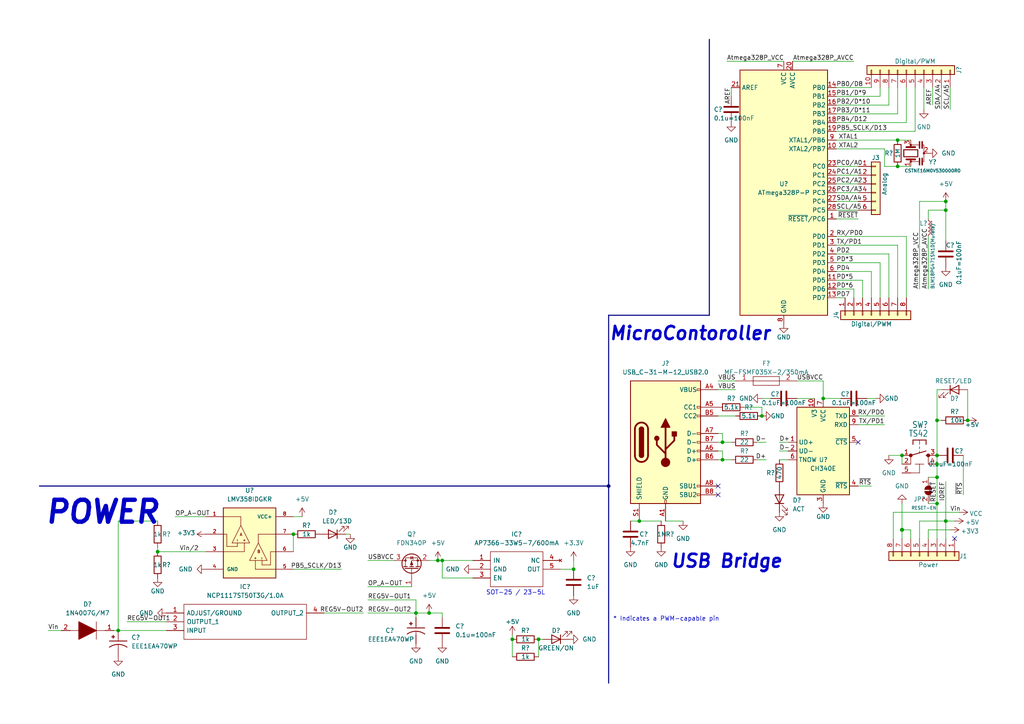
<source format=kicad_sch>
(kicad_sch (version 20211123) (generator eeschema)
  (paper "A4")
  (title_block (date "mar. 31 mars 2015"))
  (lib_symbols
    (symbol "Capacitors-EEE1EA470WP_SnapEDA:EEE1EA470WP" (pin_numbers hide) (pin_names (offset 1.016) hide)
      (property "Reference" "C" (at -2.54 3.81 0))
      (property "Value" "EEE1EA470WP" (at -2.54 -5.08 0))
      (symbol "EEE1EA470WP_0_0"
        (pin passive line (at -2.54 0 0) (length 2.54) (name "~") (number "1"))
        (pin passive line (at 5.08 0 180) (length 2.54) (name "~") (number "2"))
      )
    )
    (symbol "Connector:USB_C_Receptacle_USB2.0" (pin_names (offset 1.016))
      (property "Reference" "J" (at -10.16 19.05 0))
      (property "Value" "USB_C_Receptacle_USB2.0" (at 19.05 19.05 0))
      (symbol "USB_C_Receptacle_USB2.0_1_1"
        (pin passive line (at 0 -22.86 90) (length 5.08) (name "GND") (number "A1"))
        (pin passive line (at 0 -22.86 90) (length 5.08) hide (name "GND") (number "A12"))
        (pin passive line (at 15.24 15.24 180) (length 5.08) (name "VBUS") (number "A4"))
        (pin bidirectional line (at 15.24 10.16 180) (length 5.08) (name "CC1") (number "A5"))
        (pin bidirectional line (at 15.24 -2.54 180) (length 5.08) (name "D+") (number "A6"))
        (pin bidirectional line (at 15.24 2.54 180) (length 5.08) (name "D-") (number "A7"))
        (pin bidirectional line (at 15.24 -12.7 180) (length 5.08) (name "SBU1") (number "A8"))
        (pin passive line (at 15.24 15.24 180) (length 5.08) hide (name "VBUS") (number "A9"))
        (pin passive line (at 0 -22.86 90) (length 5.08) hide (name "GND") (number "B1"))
        (pin passive line (at 0 -22.86 90) (length 5.08) hide (name "GND") (number "B12"))
        (pin passive line (at 15.24 15.24 180) (length 5.08) hide (name "VBUS") (number "B4"))
        (pin bidirectional line (at 15.24 7.62 180) (length 5.08) (name "CC2") (number "B5"))
        (pin bidirectional line (at 15.24 -5.08 180) (length 5.08) (name "D+") (number "B6"))
        (pin bidirectional line (at 15.24 0 180) (length 5.08) (name "D-") (number "B7"))
        (pin bidirectional line (at 15.24 -15.24 180) (length 5.08) (name "SBU2") (number "B8"))
        (pin passive line (at 15.24 15.24 180) (length 5.08) hide (name "VBUS") (number "B9"))
        (pin passive line (at -7.62 -22.86 90) (length 5.08) (name "SHIELD") (number "S1"))
      )
    )
    (symbol "Connector_Generic:Conn_01x06" (pin_names (offset 1.016) hide)
      (property "Reference" "J" (at 0 7.62 0))
      (property "Value" "Conn_01x06" (at 0 -10.16 0))
      (symbol "Conn_01x06_1_1"
        (pin passive line (at -5.08 5.08 0) (length 3.81) (name "Pin_1") (number "1"))
        (pin passive line (at -5.08 2.54 0) (length 3.81) (name "Pin_2") (number "2"))
        (pin passive line (at -5.08 0 0) (length 3.81) (name "Pin_3") (number "3"))
        (pin passive line (at -5.08 -2.54 0) (length 3.81) (name "Pin_4") (number "4"))
        (pin passive line (at -5.08 -5.08 0) (length 3.81) (name "Pin_5") (number "5"))
        (pin passive line (at -5.08 -7.62 0) (length 3.81) (name "Pin_6") (number "6"))
      )
    )
    (symbol "Connector_Generic:Conn_01x08" (pin_names (offset 1.016) hide)
      (property "Reference" "J" (at 0 10.16 0))
      (property "Value" "Conn_01x08" (at 0 -12.7 0))
      (symbol "Conn_01x08_1_1"
        (pin passive line (at -5.08 7.62 0) (length 3.81) (name "Pin_1") (number "1"))
        (pin passive line (at -5.08 5.08 0) (length 3.81) (name "Pin_2") (number "2"))
        (pin passive line (at -5.08 2.54 0) (length 3.81) (name "Pin_3") (number "3"))
        (pin passive line (at -5.08 0 0) (length 3.81) (name "Pin_4") (number "4"))
        (pin passive line (at -5.08 -2.54 0) (length 3.81) (name "Pin_5") (number "5"))
        (pin passive line (at -5.08 -5.08 0) (length 3.81) (name "Pin_6") (number "6"))
        (pin passive line (at -5.08 -7.62 0) (length 3.81) (name "Pin_7") (number "7"))
        (pin passive line (at -5.08 -10.16 0) (length 3.81) (name "Pin_8") (number "8"))
      )
    )
    (symbol "Connector_Generic:Conn_01x10" (pin_names (offset 1.016) hide)
      (property "Reference" "J" (at 0 12.7 0))
      (property "Value" "Conn_01x10" (at 0 -15.24 0))
      (symbol "Conn_01x10_1_1"
        (pin passive line (at -5.08 10.16 0) (length 3.81) (name "Pin_1") (number "1"))
        (pin passive line (at -5.08 -12.7 0) (length 3.81) (name "Pin_10") (number "10"))
        (pin passive line (at -5.08 7.62 0) (length 3.81) (name "Pin_2") (number "2"))
        (pin passive line (at -5.08 5.08 0) (length 3.81) (name "Pin_3") (number "3"))
        (pin passive line (at -5.08 2.54 0) (length 3.81) (name "Pin_4") (number "4"))
        (pin passive line (at -5.08 0 0) (length 3.81) (name "Pin_5") (number "5"))
        (pin passive line (at -5.08 -2.54 0) (length 3.81) (name "Pin_6") (number "6"))
        (pin passive line (at -5.08 -5.08 0) (length 3.81) (name "Pin_7") (number "7"))
        (pin passive line (at -5.08 -7.62 0) (length 3.81) (name "Pin_8") (number "8"))
        (pin passive line (at -5.08 -10.16 0) (length 3.81) (name "Pin_9") (number "9"))
      )
    )
    (symbol "Device:C" (pin_numbers hide) (pin_names (offset 0.254))
      (property "Reference" "C" (at 0.635 2.54 0))
      (property "Value" "C" (at 0.635 -2.54 0))
      (symbol "C_1_1"
        (pin passive line (at 0 3.81 270) (length 2.794) (name "~") (number "1"))
        (pin passive line (at 0 -3.81 90) (length 2.794) (name "~") (number "2"))
      )
    )
    (symbol "Device:LED" (pin_numbers hide) (pin_names (offset 1.016) hide)
      (property "Reference" "D" (at 0 2.54 0))
      (property "Value" "LED" (at 0 -2.54 0))
      (symbol "LED_1_1"
        (pin passive line (at -3.81 0 0) (length 2.54) (name "K") (number "1"))
        (pin passive line (at 3.81 0 180) (length 2.54) (name "A") (number "2"))
      )
    )
    (symbol "Device:L_Ferrite_Small" (pin_numbers hide) (pin_names (offset 0.254) hide)
      (property "Reference" "L" (at 1.27 1.016 0))
      (property "Value" "L_Ferrite_Small" (at 1.27 -1.27 0))
      (symbol "L_Ferrite_Small_1_1"
        (pin passive line (at 0 2.54 270) (length 0.508) (name "~") (number "1"))
        (pin passive line (at 0 -2.54 90) (length 0.508) (name "~") (number "2"))
      )
    )
    (symbol "Device:R" (pin_numbers hide) (pin_names (offset 0))
      (property "Reference" "R" (at 2.032 0 90))
      (property "Value" "R" (at 0 0 90))
      (symbol "R_1_1"
        (pin passive line (at 0 3.81 270) (length 1.27) (name "~") (number "1"))
        (pin passive line (at 0 -3.81 90) (length 1.27) (name "~") (number "2"))
      )
    )
    (symbol "Device:Resonator" (pin_names (offset 1.016) hide)
      (property "Reference" "Y" (at 0 5.715 0))
      (property "Value" "Resonator" (at 0 3.81 0))
      (symbol "Resonator_1_1"
        (pin passive line (at -3.81 0 0) (length 1.27) (name "1") (number "1"))
        (pin passive line (at 0 -5.08 90) (length 1.27) (name "2") (number "2"))
        (pin passive line (at 3.81 0 180) (length 1.27) (name "3") (number "3"))
      )
    )
    (symbol "Diode-1N4007G_SamacSys:1N4007G" (pin_names (offset 0.762))
      (property "Reference" "D" (at 11.43 5.08 0))
      (property "Value" "1N4007G" (at 11.43 2.54 0))
      (symbol "1N4007G_0_0"
        (pin passive line (at 0 0 0) (length 2.54) (name "~") (number "1"))
        (pin passive line (at 15.24 0 180) (length 2.54) (name "~") (number "2"))
      )
    )
    (symbol "Fuse_MF-FSMF035X-2_SamacSys:MF-FSMF035X-2" (pin_names (offset 0.762))
      (property "Reference" "F" (at 13.97 6.35 0))
      (property "Value" "MF-FSMF035X-2" (at 13.97 3.81 0))
      (symbol "MF-FSMF035X-2_0_0"
        (pin passive line (at 0 0 0) (length 5.08) (name "~") (number "1"))
        (pin passive line (at 17.78 0 180) (length 5.08) (name "~") (number "2"))
      )
    )
    (symbol "IC-Reg_AP7366-33W5-7_SamacSys:AP7366-33W5-7" (pin_names (offset 0.762))
      (property "Reference" "IC" (at 21.59 7.62 0))
      (property "Value" "AP7366-33W5-7" (at 21.59 5.08 0))
      (symbol "AP7366-33W5-7_0_0"
        (pin passive line (at 0 0 0) (length 5.08) (name "IN") (number "1"))
        (pin passive line (at 0 -2.54 0) (length 5.08) (name "GND") (number "2"))
        (pin passive line (at 0 -5.08 0) (length 5.08) (name "EN") (number "3"))
        (pin no_connect line (at 25.4 0 180) (length 5.08) (name "NC") (number "4"))
        (pin passive line (at 25.4 -2.54 180) (length 5.08) (name "OUT") (number "5"))
      )
    )
    (symbol "IC-Reg_NCP1117ST50T3G_SamacSys:NCP1117ST50T3G" (pin_names (offset 0.762))
      (property "Reference" "IC" (at 41.91 7.62 0))
      (property "Value" "NCP1117ST50T3G" (at 41.91 5.08 0))
      (symbol "NCP1117ST50T3G_0_0"
        (pin passive line (at 0 0 0) (length 5.08) (name "ADJUST/GROUND") (number "1"))
        (pin passive line (at 0 -2.54 0) (length 5.08) (name "OUTPUT_1") (number "2"))
        (pin passive line (at 0 -5.08 0) (length 5.08) (name "INPUT") (number "3"))
        (pin passive line (at 45.72 0 180) (length 5.08) (name "OUTPUT_2") (number "4"))
      )
    )
    (symbol "Interface_USB:CH340E"
      (property "Reference" "U" (at -5.08 13.97 0))
      (property "Value" "CH340E" (at 1.27 13.97 0))
      (symbol "CH340E_1_1"
        (pin bidirectional line (at -10.16 2.54 0) (length 2.54) (name "UD+") (number "1"))
        (pin passive line (at -2.54 15.24 270) (length 2.54) (name "V3") (number "10"))
        (pin bidirectional line (at -10.16 0 0) (length 2.54) (name "UD-") (number "2"))
        (pin power_in line (at 0 -15.24 90) (length 2.54) (name "GND") (number "3"))
        (pin output line (at 10.16 -10.16 180) (length 2.54) (name "~{RTS}") (number "4"))
        (pin input line (at 10.16 2.54 180) (length 2.54) (name "~{CTS}") (number "5"))
        (pin output line (at -10.16 -2.54 0) (length 2.54) (name "TNOW") (number "6"))
        (pin power_in line (at 0 15.24 270) (length 2.54) (name "VCC") (number "7"))
        (pin output line (at 10.16 10.16 180) (length 2.54) (name "TXD") (number "8"))
        (pin input line (at 10.16 7.62 180) (length 2.54) (name "RXD") (number "9"))
      )
    )
    (symbol "Jumper:SolderJumper_2_Open" (pin_names (offset 0) hide)
      (property "Reference" "JP" (at 0 2.032 0))
      (property "Value" "SolderJumper_2_Open" (at 0 -2.54 0))
      (symbol "SolderJumper_2_Open_1_1"
        (pin passive line (at -3.81 0 0) (length 2.54) (name "A") (number "1"))
        (pin passive line (at 3.81 0 180) (length 2.54) (name "B") (number "2"))
      )
    )
    (symbol "MCU_Microchip_ATmega:ATmega328P-P"
      (property "Reference" "U" (at -12.7 36.83 0))
      (property "Value" "ATmega328P-P" (at 2.54 -36.83 0))
      (symbol "ATmega328P-P_1_1"
        (pin bidirectional line (at 15.24 -7.62 180) (length 2.54) (name "~{RESET}/PC6") (number "1"))
        (pin bidirectional line (at 15.24 12.7 180) (length 2.54) (name "XTAL2/PB7") (number "10"))
        (pin bidirectional line (at 15.24 -25.4 180) (length 2.54) (name "PD5") (number "11"))
        (pin bidirectional line (at 15.24 -27.94 180) (length 2.54) (name "PD6") (number "12"))
        (pin bidirectional line (at 15.24 -30.48 180) (length 2.54) (name "PD7") (number "13"))
        (pin bidirectional line (at 15.24 30.48 180) (length 2.54) (name "PB0") (number "14"))
        (pin bidirectional line (at 15.24 27.94 180) (length 2.54) (name "PB1") (number "15"))
        (pin bidirectional line (at 15.24 25.4 180) (length 2.54) (name "PB2") (number "16"))
        (pin bidirectional line (at 15.24 22.86 180) (length 2.54) (name "PB3") (number "17"))
        (pin bidirectional line (at 15.24 20.32 180) (length 2.54) (name "PB4") (number "18"))
        (pin bidirectional line (at 15.24 17.78 180) (length 2.54) (name "PB5") (number "19"))
        (pin bidirectional line (at 15.24 -12.7 180) (length 2.54) (name "PD0") (number "2"))
        (pin power_in line (at 2.54 38.1 270) (length 2.54) (name "AVCC") (number "20"))
        (pin passive line (at -15.24 30.48 0) (length 2.54) (name "AREF") (number "21"))
        (pin passive line (at 0 -38.1 90) (length 2.54) hide (name "GND") (number "22"))
        (pin bidirectional line (at 15.24 7.62 180) (length 2.54) (name "PC0") (number "23"))
        (pin bidirectional line (at 15.24 5.08 180) (length 2.54) (name "PC1") (number "24"))
        (pin bidirectional line (at 15.24 2.54 180) (length 2.54) (name "PC2") (number "25"))
        (pin bidirectional line (at 15.24 0 180) (length 2.54) (name "PC3") (number "26"))
        (pin bidirectional line (at 15.24 -2.54 180) (length 2.54) (name "PC4") (number "27"))
        (pin bidirectional line (at 15.24 -5.08 180) (length 2.54) (name "PC5") (number "28"))
        (pin bidirectional line (at 15.24 -15.24 180) (length 2.54) (name "PD1") (number "3"))
        (pin bidirectional line (at 15.24 -17.78 180) (length 2.54) (name "PD2") (number "4"))
        (pin bidirectional line (at 15.24 -20.32 180) (length 2.54) (name "PD3") (number "5"))
        (pin bidirectional line (at 15.24 -22.86 180) (length 2.54) (name "PD4") (number "6"))
        (pin power_in line (at 0 38.1 270) (length 2.54) (name "VCC") (number "7"))
        (pin power_in line (at 0 -38.1 90) (length 2.54) (name "GND") (number "8"))
        (pin bidirectional line (at 15.24 15.24 180) (length 2.54) (name "XTAL1/PB6") (number "9"))
      )
    )
    (symbol "OPAmpDual_LMV358IDGKR_SnapEDA:LMV358IDGKR" (pin_names (offset 1.016))
      (property "Reference" "U" (at -7.62 10.16 0))
      (property "Value" "LMV358IDGKR" (at -7.62 -12.7 0))
      (symbol "LMV358IDGKR_0_0"
        (text "A" (at -2.921 1.9558 0) (effects (font (size 0.8128 0.8128)) (justify left bottom)))
        (text "B" (at 2.159 -2.9718 0) (effects (font (size 0.8128 0.8128)) (justify left bottom)))
        (pin output line (at -12.7 7.62 0) (length 5.08) (name "~") (number "1"))
        (pin input line (at -12.7 2.54 0) (length 5.08) (name "~") (number "2"))
        (pin input line (at -12.7 -2.54 0) (length 5.08) (name "~") (number "3"))
        (pin power_in line (at -12.7 -7.62 0) (length 5.08) (name "GND") (number "4"))
        (pin input line (at 12.7 -7.62 180) (length 5.08) (name "~") (number "5"))
        (pin input line (at 12.7 -2.54 180) (length 5.08) (name "~") (number "6"))
        (pin output line (at 12.7 2.54 180) (length 5.08) (name "~") (number "7"))
        (pin power_in line (at 12.7 7.62 180) (length 5.08) (name "VCC+") (number "8"))
      )
    )
    (symbol "Transistor_FET:FDN340P" (pin_names hide)
      (property "Reference" "Q" (at 5.08 1.905 0))
      (property "Value" "FDN340P" (at 5.08 0 0))
      (symbol "FDN340P_1_1"
        (pin input line (at -5.08 0 0) (length 2.54) (name "G") (number "1"))
        (pin passive line (at 2.54 -5.08 90) (length 2.54) (name "S") (number "2"))
        (pin passive line (at 2.54 5.08 270) (length 2.54) (name "D") (number "3"))
      )
    )
    (symbol "UNO-TH_Rev3e-eagle-import:TS42"
      (property "Value" "TS42" (at -3.81 3.175 90))
      (symbol "TS42_1_0"
        (pin passive line (at 0 -5.08 90) (length 2.54) (name "1") (number "1"))
        (pin passive line (at 2.54 -5.08 90) (length 2.54) (name "2") (number "2"))
        (pin passive line (at 0 5.08 270) (length 2.54) (name "3") (number "3"))
        (pin passive line (at 2.54 5.08 270) (length 2.54) (name "4") (number "4"))
        (pin power_in line (at 5.08 -5.08 90) (length 2.54) (name "5-GND") (number "5"))
      )
    )
    (symbol "power:+3.3V" (power) (pin_names (offset 0))
      (property "Value" "+3.3V" (at 0 3.556 0))
      (symbol "+3.3V_1_1"
        (pin power_in line (at 0 0 90) (length 0) hide (name "+3.3V") (number "1"))
      )
    )
    (symbol "power:+3V3" (power) (pin_names (offset 0))
      (property "Value" "+3V3" (at 0 3.556 0))
      (symbol "+3V3_1_1"
        (pin power_in line (at 0 0 90) (length 0) hide (name "+3V3") (number "1"))
      )
    )
    (symbol "power:+5V" (power) (pin_names (offset 0))
      (property "Value" "+5V" (at 0 3.556 0))
      (symbol "+5V_1_1"
        (pin power_in line (at 0 0 90) (length 0) hide (name "+5V") (number "1"))
      )
    )
    (symbol "power:GND" (power) (pin_names (offset 0))
      (property "Value" "GND" (at 0 -3.81 0))
      (symbol "GND_1_1"
        (pin power_in line (at 0 0 270) (length 0) hide (name "GND") (number "1"))
      )
    )
    (symbol "power:VCC" (power) (pin_names (offset 0))
      (property "Value" "VCC" (at 0 3.81 0))
      (symbol "VCC_1_1"
        (pin power_in line (at 0 0 90) (length 0) hide (name "VCC") (number "1"))
      )
    )
  )
  (junction (at 271.78 146.05))
  (junction (at 261.62 132.08))
  (junction (at 124.46 177.8))
  (junction (at 166.37 165.1))
  (junction (at 271.78 132.08))
  (junction (at 176.53 140.97))
  (junction (at 261.62 153.67) (diameter 1.016))
  (junction (at 280.67 121.92))
  (junction (at 127 162.56))
  (junction (at 209.55 133.35))
  (junction (at 271.78 121.92))
  (junction (at 274.32 58.42))
  (junction (at 148.59 185.42))
  (junction (at 120.65 177.8))
  (junction (at 274.32 151.13))
  (junction (at 260.35 48.26))
  (junction (at 274.32 60.96))
  (junction (at 45.72 160.02))
  (junction (at 271.78 134.62))
  (junction (at 185.42 151.13))
  (junction (at 156.21 185.42))
  (junction (at 271.78 138.43))
  (junction (at 238.76 115.57))
  (junction (at 128.27 162.56))
  (junction (at 85.09 154.94))
  (junction (at 34.29 182.88))
  (junction (at 209.55 128.27))
  (junction (at 260.35 40.64))
  (junction (at 220.98 120.65))
  (no_connect (at 248.92 128.27))
  (no_connect (at 208.28 140.97))
  (no_connect (at 208.28 143.51))
  (no_connect (at 276.86 156.21))
  (bus (pts (xy 205.74 11.43) (xy 205.74 91.44)))
  (wire (pts (xy 242.57 86.36) (xy 245.11 86.36)))
  (wire (pts (xy 124.46 177.8) (xy 120.65 177.8)))
  (wire (pts (xy 226.06 133.35) (xy 228.6 133.35)))
  (wire (pts (xy 271.78 146.05) (xy 269.24 146.05)))
  (wire (pts (xy 182.88 151.13) (xy 185.42 151.13)))
  (wire (pts (xy 220.98 118.11) (xy 220.98 120.65)))
  (wire (pts (xy 248.92 120.65) (xy 256.54 120.65)))
  (wire (pts (xy 226.06 128.27) (xy 228.6 128.27)))
  (bus (pts (xy 176.53 91.44) (xy 205.74 91.44)))
  (wire (pts (xy 212.09 27.94) (xy 212.09 25.4)))
  (wire (pts (xy 220.98 115.57) (xy 223.52 115.57)))
  (wire (pts (xy 148.59 184.15) (xy 148.59 185.42)))
  (wire (pts (xy 242.57 40.64) (xy 260.35 40.64)))
  (wire (pts (xy 208.28 125.73) (xy 209.55 125.73)))
  (wire (pts (xy 162.56 165.1) (xy 166.37 165.1)))
  (wire (pts (xy 255.27 27.94) (xy 242.57 27.94)))
  (wire (pts (xy 260.35 48.26) (xy 264.16 48.26)))
  (wire (pts (xy 226.06 130.81) (xy 228.6 130.81)))
  (wire (pts (xy 262.89 35.56) (xy 242.57 35.56)))
  (wire (pts (xy 106.68 162.56) (xy 114.3 162.56)))
  (wire (pts (xy 264.16 153.67) (xy 261.62 153.67)))
  (wire (pts (xy 271.78 146.05) (xy 271.78 156.21)))
  (wire (pts (xy 250.19 86.36) (xy 250.19 81.28)))
  (wire (pts (xy 242.57 60.96) (xy 248.92 60.96)))
  (wire (pts (xy 257.81 25.4) (xy 257.81 30.48)))
  (wire (pts (xy 209.55 130.81) (xy 209.55 133.35)))
  (wire (pts (xy 93.98 177.8) (xy 105.41 177.8)))
  (wire (pts (xy 215.9 118.11) (xy 220.98 118.11)))
  (wire (pts (xy 208.28 110.49) (xy 213.36 110.49)))
  (wire (pts (xy 261.62 153.67) (xy 261.62 146.05)))
  (wire (pts (xy 257.81 86.36) (xy 257.81 73.66)))
  (wire (pts (xy 269.24 153.67) (xy 269.24 156.21)))
  (wire (pts (xy 45.72 160.02) (xy 59.69 160.02)))
  (wire (pts (xy 257.81 132.08) (xy 261.62 132.08)))
  (wire (pts (xy 266.7 151.13) (xy 266.7 156.21)))
  (wire (pts (xy 185.42 151.13) (xy 191.77 151.13)))
  (wire (pts (xy 276.86 151.13) (xy 274.32 151.13)))
  (wire (pts (xy 260.35 86.36) (xy 260.35 71.12)))
  (wire (pts (xy 238.76 115.57) (xy 243.84 115.57)))
  (wire (pts (xy 274.32 151.13) (xy 266.7 151.13)))
  (wire (pts (xy 255.27 86.36) (xy 255.27 76.2)))
  (wire (pts (xy 257.81 73.66) (xy 242.57 73.66)))
  (wire (pts (xy 275.59 153.67) (xy 269.24 153.67)))
  (wire (pts (xy 260.35 25.4) (xy 260.35 33.02)))
  (wire (pts (xy 34.29 182.88) (xy 48.26 182.88)))
  (wire (pts (xy 248.92 48.26) (xy 242.57 48.26)))
  (wire (pts (xy 101.6 154.94) (xy 100.33 154.94)))
  (wire (pts (xy 248.92 63.5) (xy 242.57 63.5)))
  (wire (pts (xy 262.89 68.58) (xy 242.57 68.58)))
  (wire (pts (xy 36.83 180.34) (xy 48.26 180.34)))
  (wire (pts (xy 128.27 179.07) (xy 128.27 177.8)))
  (wire (pts (xy 209.55 133.35) (xy 212.09 133.35)))
  (wire (pts (xy 120.65 173.99) (xy 106.68 173.99)))
  (wire (pts (xy 260.35 40.64) (xy 264.16 40.64)))
  (wire (pts (xy 271.78 121.92) (xy 271.78 132.08)))
  (wire (pts (xy 120.65 179.07) (xy 120.65 177.8)))
  (wire (pts (xy 238.76 110.49) (xy 238.76 115.57)))
  (wire (pts (xy 248.92 140.97) (xy 252.73 140.97)))
  (wire (pts (xy 106.68 170.18) (xy 119.38 170.18)))
  (wire (pts (xy 33.02 182.88) (xy 34.29 182.88)))
  (wire (pts (xy 269.24 68.58) (xy 269.24 83.82)))
  (wire (pts (xy 208.28 120.65) (xy 213.36 120.65)))
  (wire (pts (xy 231.14 115.57) (xy 236.22 115.57)))
  (wire (pts (xy 255.27 25.4) (xy 255.27 27.94)))
  (wire (pts (xy 260.35 71.12) (xy 242.57 71.12)))
  (wire (pts (xy 209.55 128.27) (xy 212.09 128.27)))
  (wire (pts (xy 229.87 17.78) (xy 247.65 17.78)))
  (bus (pts (xy 176.53 198.12) (xy 176.53 140.97)))
  (wire (pts (xy 209.55 125.73) (xy 209.55 128.27)))
  (wire (pts (xy 208.28 133.35) (xy 209.55 133.35)))
  (wire (pts (xy 148.59 185.42) (xy 148.59 190.5)))
  (wire (pts (xy 128.27 167.64) (xy 128.27 162.56)))
  (wire (pts (xy 274.32 139.7) (xy 274.32 151.13)))
  (wire (pts (xy 266.7 58.42) (xy 274.32 58.42)))
  (wire (pts (xy 279.4 132.08) (xy 279.4 143.51)))
  (bus (pts (xy 11.43 140.97) (xy 176.53 140.97)))
  (wire (pts (xy 271.78 132.08) (xy 271.78 134.62)))
  (wire (pts (xy 242.57 25.4) (xy 252.73 25.4)))
  (wire (pts (xy 280.67 113.03) (xy 280.67 121.92)))
  (wire (pts (xy 85.09 165.1) (xy 99.06 165.1)))
  (wire (pts (xy 262.89 86.36) (xy 262.89 68.58)))
  (wire (pts (xy 248.92 53.34) (xy 242.57 53.34)))
  (wire (pts (xy 261.62 156.21) (xy 261.62 153.67)))
  (wire (pts (xy 256.54 48.26) (xy 256.54 43.18)))
  (wire (pts (xy 219.71 133.35) (xy 222.25 133.35)))
  (wire (pts (xy 266.7 58.42) (xy 266.7 83.82)))
  (wire (pts (xy 156.21 185.42) (xy 157.48 185.42)))
  (wire (pts (xy 106.68 177.8) (xy 120.65 177.8)))
  (wire (pts (xy 208.28 128.27) (xy 209.55 128.27)))
  (wire (pts (xy 124.46 162.56) (xy 127 162.56)))
  (wire (pts (xy 260.35 33.02) (xy 242.57 33.02)))
  (wire (pts (xy 34.29 151.13) (xy 34.29 182.88)))
  (wire (pts (xy 251.46 115.57) (xy 254 115.57)))
  (bus (pts (xy 176.53 140.97) (xy 176.53 91.44)))
  (wire (pts (xy 267.97 25.4) (xy 267.97 31.75)))
  (wire (pts (xy 166.37 165.1) (xy 166.37 162.56)))
  (wire (pts (xy 227.33 17.78) (xy 210.82 17.78)))
  (wire (pts (xy 259.08 156.21) (xy 259.08 148.59)))
  (wire (pts (xy 252.73 78.74) (xy 242.57 78.74)))
  (wire (pts (xy 128.27 177.8) (xy 124.46 177.8)))
  (wire (pts (xy 13.97 182.88) (xy 17.78 182.88)))
  (wire (pts (xy 242.57 50.8) (xy 248.92 50.8)))
  (wire (pts (xy 45.72 158.75) (xy 45.72 160.02)))
  (wire (pts (xy 242.57 43.18) (xy 256.54 43.18)))
  (wire (pts (xy 269.24 60.96) (xy 274.32 60.96)))
  (wire (pts (xy 208.28 113.03) (xy 213.36 113.03)))
  (wire (pts (xy 248.92 123.19) (xy 256.54 123.19)))
  (wire (pts (xy 85.09 154.94) (xy 85.09 160.02)))
  (wire (pts (xy 255.27 76.2) (xy 242.57 76.2)))
  (wire (pts (xy 120.65 177.8) (xy 120.65 173.99)))
  (wire (pts (xy 271.78 138.43) (xy 271.78 146.05)))
  (wire (pts (xy 45.72 151.13) (xy 34.29 151.13)))
  (wire (pts (xy 264.16 156.21) (xy 264.16 153.67)))
  (wire (pts (xy 257.81 30.48) (xy 242.57 30.48)))
  (wire (pts (xy 274.32 69.85) (xy 274.32 60.96)))
  (wire (pts (xy 274.32 151.13) (xy 274.32 156.21)))
  (wire (pts (xy 271.78 134.62) (xy 271.78 138.43)))
  (wire (pts (xy 127 162.56) (xy 128.27 162.56)))
  (wire (pts (xy 128.27 162.56) (xy 137.16 162.56)))
  (wire (pts (xy 85.09 149.86) (xy 87.63 149.86)))
  (wire (pts (xy 271.78 113.03) (xy 273.05 113.03)))
  (wire (pts (xy 252.73 86.36) (xy 252.73 78.74)))
  (wire (pts (xy 242.57 55.88) (xy 248.92 55.88)))
  (wire (pts (xy 262.89 25.4) (xy 262.89 35.56)))
  (wire (pts (xy 247.65 83.82) (xy 242.57 83.82)))
  (wire (pts (xy 269.24 60.96) (xy 269.24 63.5)))
  (wire (pts (xy 231.14 110.49) (xy 238.76 110.49)))
  (wire (pts (xy 198.12 151.13) (xy 193.04 151.13)))
  (wire (pts (xy 274.32 58.42) (xy 274.32 60.96)))
  (wire (pts (xy 219.71 128.27) (xy 222.25 128.27)))
  (wire (pts (xy 265.43 25.4) (xy 265.43 38.1)))
  (wire (pts (xy 273.05 25.4) (xy 273.05 31.75)))
  (wire (pts (xy 137.16 167.64) (xy 128.27 167.64)))
  (wire (pts (xy 260.35 48.26) (xy 256.54 48.26)))
  (wire (pts (xy 250.19 81.28) (xy 242.57 81.28)))
  (wire (pts (xy 273.05 121.92) (xy 271.78 121.92)))
  (wire (pts (xy 261.62 132.08) (xy 261.62 134.62)))
  (wire (pts (xy 247.65 86.36) (xy 247.65 83.82)))
  (wire (pts (xy 271.78 121.92) (xy 271.78 113.03)))
  (wire (pts (xy 208.28 130.81) (xy 209.55 130.81)))
  (wire (pts (xy 50.8 149.86) (xy 59.69 149.86)))
  (wire (pts (xy 275.59 25.4) (xy 275.59 31.75)))
  (wire (pts (xy 278.13 148.59) (xy 259.08 148.59)))
  (wire (pts (xy 271.78 138.43) (xy 269.24 138.43)))
  (wire (pts (xy 248.92 58.42) (xy 242.57 58.42)))
  (wire (pts (xy 270.51 25.4) (xy 270.51 30.48)))
  (wire (pts (xy 265.43 38.1) (xy 242.57 38.1)))
  (wire (pts (xy 156.21 185.42) (xy 156.21 190.5)))
  (text "POWER" (at 12.7 152.4 0) (effects (font (size 6.35 6.35) (thickness 1.27) bold italic) (justify left bottom)))
  (text "MicroContoroller" (at 176.53 99.06 0) (effects (font (size 3.76 3.76) (thickness 0.752) bold italic) (justify left bottom)))
  (text "SOT-25 / 23-5L" (at 140.97 172.72 0) (effects (font (size 1.27 1.27)) (justify left bottom)))
  (text "* Indicates a PWM-capable pin" (at 177.8 180.34 0) (effects (font (size 1.27 1.27)) (justify left bottom)))
  (text "USB Bridge" (at 194.31 165.1 0) (effects (font (size 3.74 3.74) (thickness 0.748) bold italic) (justify left bottom)))
  (label "PD2" (at 242.57 73.66 0))
  (label "PC2{slash}A2" (at 242.57 53.34 0))
  (label "USBVCC" (at 106.68 162.56 0))
  (label "~{RESET}" (at 248.92 63.5 180))
  (label "PD*6" (at 242.57 83.82 0))
  (label "D+" (at 226.06 128.27 0))
  (label "Vin{slash}2" (at 52.07 160.02 0))
  (label "PC3{slash}A3" (at 242.57 55.88 0))
  (label "Atmega328P_AVCC" (at 269.24 83.82 90))
  (label "VBUS" (at 208.28 110.49 0))
  (label "VBUS" (at 213.36 113.03 180))
  (label "RX{slash}PD0" (at 242.57 68.58 0))
  (label "SCL{slash}A5" (at 275.59 31.75 90))
  (label "REG5V-OUT2" (at 105.41 177.8 180))
  (label "TX{slash}PD1" (at 256.54 123.19 180))
  (label "REG5V-OUT2" (at 106.68 177.8 0))
  (label "PD7" (at 242.57 86.36 0))
  (label "~{RESET}" (at 271.78 139.7 270))
  (label "USBVCC" (at 238.76 110.49 180))
  (label "~{RTS}" (at 279.4 143.51 90))
  (label "PD4" (at 242.57 78.74 0))
  (label "Atmega328P_AVCC" (at 247.65 17.78 180))
  (label "PB5_SCLK{slash}D13" (at 242.57 38.1 0))
  (label "PB2{slash}D*10" (at 242.57 30.48 0))
  (label "D-" (at 226.06 130.81 0))
  (label "D+" (at 222.25 133.35 180))
  (label "Vin" (at 13.97 182.88 0))
  (label "XTAL1" (at 248.92 40.64 180))
  (label "REG5V-OUT1" (at 106.68 173.99 0))
  (label "OP_A-OUT" (at 106.68 170.18 0))
  (label "Atmega328P_VCC" (at 210.82 17.78 0))
  (label "D-" (at 222.25 128.27 180))
  (label "XTAL2" (at 248.92 43.18 180))
  (label "RX{slash}PD0" (at 256.54 120.65 180))
  (label "~{RTS}" (at 252.73 140.97 180))
  (label "OP_A-OUT" (at 50.8 149.86 0))
  (label "PD*3" (at 242.57 76.2 0))
  (label "PB3{slash}D*11" (at 242.57 33.02 0))
  (label "AREF" (at 270.51 30.48 90))
  (label "PC1{slash}A1" (at 242.57 50.8 0))
  (label "AREF" (at 212.09 25.4 270))
  (label "PC0{slash}A0" (at 242.57 48.26 0))
  (label "Vin" (at 275.59 148.59 0))
  (label "Atmega328P_VCC" (at 266.7 83.82 90))
  (label "PB5_SCLK{slash}D13" (at 99.06 165.1 180))
  (label "PD*5" (at 242.57 81.28 0))
  (label "REG5V-OUT1" (at 36.83 180.34 0))
  (label "SDA{slash}A4" (at 273.05 31.75 90))
  (label "PB1{slash}D*9" (at 242.57 27.94 0))
  (label "PB0{slash}D8" (at 242.57 25.4 0))
  (label "PB4{slash}D12" (at 242.57 35.56 0))
  (label "IOREF" (at 274.32 139.7 270))
  (label "SDA{slash}A4" (at 242.57 58.42 0))
  (label "SCL{slash}A5" (at 242.57 60.96 0))
  (label "TX{slash}PD1" (at 242.57 71.12 0))
  (symbol (lib_id "Connector_Generic:Conn_01x08") (at 269.24 161.29 270) (unit 1)
    (property "Reference" "J1" (at 279.4 161.29 90))
    (property "Value" "Power" (at 269.24 163.83 90))
    (property "Footprint" "Connector_PinSocket_2.54mm:PinSocket_1x08_P2.54mm_Vertical" (effects hide))
  )
  (symbol (lib_id "power:+3V3") (at 275.59 153.67 270) (unit 1)
    (property "Reference" "#PWR03" (effects hide))
    (property "Value" "+3.3V" (at 278.638 154.051 90) (effects (justify left)))
  )
  (symbol (lib_id "power:+5V") (at 276.86 151.13 270) (unit 1)
    (property "Reference" "#PWR02" (effects hide))
    (property "Value" "+5V" (at 279.908 151.4856 90) (effects (justify left)))
  )
  (symbol (lib_id "Connector_Generic:Conn_01x06") (at 254 53.34 0) (unit 1)
    (property "Reference" "J3" (at 254 45.72 0))
    (property "Value" "Analog" (at 256.54 53.34 90))
    (property "Footprint" "Connector_PinSocket_2.54mm:PinSocket_1x06_P2.54mm_Vertical" (effects hide))
  )
  (symbol (lib_id "Connector_Generic:Conn_01x08") (at 252.73 91.44 90) (mirror x) (unit 1)
    (property "Reference" "J4" (at 242.57 91.44 0))
    (property "Value" "Digital/PWM" (at 252.73 93.98 90))
    (property "Footprint" "Connector_PinSocket_2.54mm:PinSocket_1x08_P2.54mm_Vertical" (effects hide))
  )
  (symbol (lib_id "power:GND") (at 267.97 31.75 0) (unit 1)
    (property "Reference" "#PWR?" (effects hide))
    (property "Value" "GND" (at 267.97 36.83 0))
  )
  (symbol (lib_id "power:GND") (at 220.98 115.57 270) (unit 1)
    (property "Reference" "#PWR?" (effects hide))
    (property "Value" "GND" (at 218.44 115.57 90) (effects (justify right)))
  )
  (symbol (lib_id "power:GND") (at 165.1 185.42 90) (unit 1)
    (property "Reference" "#PWR?" (effects hide))
    (property "Value" "GND" (at 168.91 185.4199 90) (effects (justify right)))
  )
  (symbol (lib_id "IC-Reg_NCP1117ST50T3G_SamacSys:NCP1117ST50T3G") (at 48.26 177.8 0) (unit 1)
    (property "Reference" "IC?" (at 71.12 170.18 0))
    (property "Value" "NCP1117ST50T3G/1.0A" (at 71.12 172.72 0))
    (property "Footprint" "SOT230P700X180-4N" (effects hide))
    (property "Datasheet" "http://www.onsemi.com/pub/Collateral/NCP1117-D.PDF" (effects hide))
    (property "Description" "ON SEMICONDUCTOR - NCP1117ST50T3G - LDO, REG, 20VIN, 1A, 5V, 1%, SOT223-3" (effects hide))
    (property "Height" "1.8" (effects hide))
    (property "Manufacturer_Name" "onsemi" (effects hide))
    (property "Manufacturer_Part_Number" "NCP1117ST50T3G" (effects hide))
    (property "Mouser Part Number" "863-NCP1117ST50T3G" (effects hide))
    (property "Mouser Price/Stock" "https://www.mouser.co.uk/ProductDetail/onsemi/NCP1117ST50T3G?qs=Gev%252BmEvV0ib6dijy6U0dhQ%3D%3D" (effects hide))
    (property "Arrow Part Number" "NCP1117ST50T3G" (effects hide))
    (property "Arrow Price/Stock" "https://www.arrow.com/en/products/ncp1117st50t3g/on-semiconductor?region=nac" (effects hide))
  )
  (symbol (lib_id "Device:R") (at 276.86 121.92 270) (unit 1)
    (property "Reference" "R?" (at 275.59 119.38 90) (effects (justify left)))
    (property "Value" "10k" (at 275.59 121.92 90) (effects (justify left)))
  )
  (symbol (lib_id "Device:LED") (at 226.06 144.78 90) (unit 1)
    (property "Reference" "D?" (at 229.87 145.0974 90) (effects (justify right)))
    (property "Value" "ACT" (at 229.87 147.6374 90) (effects (justify right)))
  )
  (symbol (lib_id "power:+3V3") (at 59.69 154.94 90) (unit 1)
    (property "Reference" "#PWR?" (effects hide))
    (property "Value" "+3.3V" (at 56.642 154.559 90) (effects (justify left)))
  )
  (symbol (lib_id "Device:LED") (at 161.29 185.42 180) (unit 1)
    (property "Reference" "D?" (at 161.29 182.88 0))
    (property "Value" "GREEN/ON" (at 161.29 187.96 0))
  )
  (symbol (lib_id "power:GND") (at 238.76 146.05 0) (unit 1)
    (property "Reference" "#PWR?" (effects hide))
    (property "Value" "GND" (at 238.76 149.86 0))
  )
  (symbol (lib_id "Interface_USB:CH340E") (at 238.76 130.81 0) (unit 1)
    (property "Reference" "U?" (at 237.49 133.35 0) (effects (justify left)))
    (property "Value" "CH340E" (at 234.95 135.89 0) (effects (justify left)))
    (property "Footprint" "Package_SO:MSOP-10_3x3mm_P0.5mm" (effects hide))
    (property "Datasheet" "https://www.mpja.com/download/35227cpdata.pdf" (effects hide))
  )
  (symbol (lib_id "power:GND") (at 274.32 77.47 0) (unit 1)
    (property "Reference" "#PWR?" (effects hide))
    (property "Value" "GND" (at 274.32 82.55 0))
  )
  (symbol (lib_id "MCU_Microchip_ATmega:ATmega328P-P") (at 227.33 55.88 0) (unit 1)
    (property "Reference" "U?" (at 227.33 53.34 0))
    (property "Value" "ATmega328P-P" (at 227.33 55.88 0))
    (property "Footprint" "Package_DIP:DIP-28_W7.62mm" (effects hide))
    (property "Datasheet" "http://ww1.microchip.com/downloads/en/DeviceDoc/ATmega328_P%20AVR%20MCU%20with%20picoPower%20Technology%20Data%20Sheet%2040001984A.pdf" (effects hide))
  )
  (symbol (lib_id "Connector_Generic:Conn_01x10") (at 265.43 20.32 270) (mirror x) (unit 1)
    (property "Reference" "J?" (at 278.13 20.32 0))
    (property "Value" "Digital/PWM" (at 265.43 17.78 90))
    (property "Footprint" "Connector_PinSocket_2.54mm:PinSocket_1x10_P2.54mm_Vertical" (effects hide))
  )
  (symbol (lib_id "power:GND") (at 261.62 146.05 180) (unit 1)
    (property "Reference" "#PWR?" (effects hide))
    (property "Value" "GND" (at 261.62 140.97 0))
  )
  (symbol (lib_id "UNO-TH_Rev3e-eagle-import:TS42") (at 266.7 132.08 270) (unit 1)
    (property "Reference" "SW?" (at 269.24 123.19 90) (effects (font (size 1.778 1.5113)) (justify right)))
    (property "Value" "TS42" (at 269.24 125.73 90) (effects (font (size 1.778 1.5113)) (justify right)))
    (property "Footprint" "UNO-TH_Rev3e:TS42" (effects hide))
  )
  (symbol (lib_id "Device:R") (at 215.9 133.35 90) (unit 1)
    (property "Reference" "R?" (at 215.9 130.81 90))
    (property "Value" "22" (at 215.9 133.35 90))
  )
  (symbol (lib_id "Device:R") (at 152.4 190.5 90) (unit 1)
    (property "Reference" "R?" (at 152.4 187.96 90))
    (property "Value" "1k" (at 152.4 190.5 90))
  )
  (symbol (lib_id "OPAmpDual_LMV358IDGKR_SnapEDA:LMV358IDGKR") (at 72.39 157.48 0) (unit 1)
    (property "Reference" "U?" (at 72.39 142.24 0))
    (property "Value" "LMV358IDGKR" (at 72.39 144.78 0))
    (property "Footprint" "SOP65P490X110-8N" (effects hide))
    (property "STANDARD" "IPC-7351B" (effects hide))
    (property "MAXIMUM_PACKAGE_HEIGHT" "1.1mm" (effects hide))
    (property "MANUFACTURER" "Texas Instruments" (effects hide))
    (property "PARTREV" "X" (effects hide))
  )
  (symbol (lib_id "Device:R") (at 226.06 137.16 180) (unit 1)
    (property "Reference" "R?" (at 223.52 137.16 0))
    (property "Value" "470" (at 226.06 137.16 90))
  )
  (symbol (lib_id "Device:LED") (at 276.86 113.03 0) (unit 1)
    (property "Reference" "D?" (at 278.13 115.57 0) (effects (justify right)))
    (property "Value" "RESET/LED" (at 281.94 110.49 0) (effects (justify right)))
  )
  (symbol (lib_id "Device:L_Ferrite_Small") (at 269.24 66.04 0) (unit 1)
    (property "Reference" "L?" (at 266.7 64.77 0) (effects (justify left)))
    (property "Value" "BLM18PG471SN1D(Murata)" (at 270.51 83.82 90) (effects (font (size 0.94 0.94)) (justify left)))
  )
  (symbol (lib_id "power:+3.3V") (at 166.37 162.56 0) (unit 1)
    (property "Reference" "#PWR?" (effects hide))
    (property "Value" "+3.3V" (at 166.37 157.48 0))
  )
  (symbol (lib_id "power:VCC") (at 278.13 148.59 270) (unit 1)
    (property "Reference" "#PWR01" (effects hide))
    (property "Value" "VCC" (at 281.178 148.971 90) (effects (justify left)))
  )
  (symbol (lib_id "Device:R") (at 88.9 154.94 90) (unit 1)
    (property "Reference" "R?" (at 88.9 152.4 90))
    (property "Value" "1k" (at 88.9 154.94 90))
  )
  (symbol (lib_id "power:+5V") (at 127 162.56 0) (unit 1)
    (property "Reference" "#PWR?" (effects hide))
    (property "Value" "+5V" (at 127 157.48 0))
  )
  (symbol (lib_id "power:GND") (at 120.65 186.69 0) (unit 1)
    (property "Reference" "#PWR?" (effects hide))
    (property "Value" "GND" (at 120.65 191.77 0))
  )
  (symbol (lib_id "Device:C") (at 166.37 168.91 0) (unit 1)
    (property "Reference" "C?" (at 170.18 167.6399 0) (effects (justify left)))
    (property "Value" "1uF" (at 170.18 170.1799 0) (effects (justify left)))
  )
  (symbol (lib_id "power:GND") (at 166.37 172.72 0) (unit 1)
    (property "Reference" "#PWR?" (effects hide))
    (property "Value" "GND" (at 166.37 177.8 0))
  )
  (symbol (lib_id "Device:R") (at 191.77 154.94 0) (unit 1)
    (property "Reference" "R?" (at 193.04 154.94 0) (effects (justify left)))
    (property "Value" "1M" (at 190.5 154.94 0) (effects (justify left)))
  )
  (symbol (lib_id "Device:R") (at 215.9 128.27 90) (unit 1)
    (property "Reference" "R?" (at 215.9 125.73 90))
    (property "Value" "22" (at 215.9 128.27 90))
  )
  (symbol (lib_id "power:GND") (at 137.16 165.1 270) (unit 1)
    (property "Reference" "#PWR?" (effects hide))
    (property "Value" "GND" (at 133.35 165.0999 90) (effects (justify right)))
  )
  (symbol (lib_id "power:GND") (at 59.69 165.1 270) (unit 1)
    (property "Reference" "#PWR?" (effects hide))
    (property "Value" "GND" (at 55.88 165.0999 90) (effects (justify right)))
  )
  (symbol (lib_id "power:GND") (at 45.72 167.64 0) (unit 1)
    (property "Reference" "#PWR?" (effects hide))
    (property "Value" "GND" (at 45.72 171.45 0))
  )
  (symbol (lib_id "Device:LED") (at 96.52 154.94 180) (unit 1)
    (property "Reference" "D?" (at 96.52 148.59 0))
    (property "Value" "LED/13D" (at 97.79 151.13 0))
  )
  (symbol (lib_id "power:GND") (at 254 115.57 90) (unit 1)
    (property "Reference" "#PWR?" (effects hide))
    (property "Value" "GND" (at 256.54 115.57 90) (effects (justify right)))
  )
  (symbol (lib_id "power:GND") (at 212.09 35.56 0) (unit 1)
    (property "Reference" "#PWR?" (effects hide))
    (property "Value" "GND" (at 212.09 40.64 0))
  )
  (symbol (lib_id "power:GND") (at 227.33 93.98 0) (unit 1)
    (property "Reference" "#PWR?" (effects hide))
    (property "Value" "GND" (at 227.33 97.79 0))
  )
  (symbol (lib_id "Device:C") (at 212.09 31.75 0) (unit 1)
    (property "Reference" "C?" (at 207.01 31.75 0) (effects (justify left)))
    (property "Value" "0.1u=100nF" (at 207.01 34.29 0) (effects (justify left)))
  )
  (symbol (lib_id "power:+5V") (at 280.67 121.92 270) (unit 1)
    (property "Reference" "#PWR?" (effects hide))
    (property "Value" "+5V" (at 281.94 123.19 90))
  )
  (symbol (lib_id "Device:R") (at 212.09 118.11 90) (unit 1)
    (property "Reference" "R?" (at 212.09 115.57 90))
    (property "Value" "5.1k" (at 212.09 118.11 90))
  )
  (symbol (lib_id "power:GND") (at 48.26 177.8 270) (unit 1)
    (property "Reference" "#PWR?" (effects hide))
    (property "Value" "GND" (at 44.45 177.7999 90) (effects (justify right)))
  )
  (symbol (lib_id "power:+5V") (at 87.63 149.86 0) (unit 1)
    (property "Reference" "#PWR?" (effects hide))
    (property "Value" "+5V" (at 87.63 144.78 0))
  )
  (symbol (lib_id "Device:R") (at 217.17 120.65 90) (unit 1)
    (property "Reference" "R?" (at 217.17 118.11 90))
    (property "Value" "5.1k" (at 217.17 120.65 90))
  )
  (symbol (lib_id "power:+5V") (at 274.32 58.42 0) (unit 1)
    (property "Reference" "#PWR?" (effects hide))
    (property "Value" "+5V" (at 274.32 53.34 0))
  )
  (symbol (lib_id "Device:C") (at 182.88 154.94 0) (unit 1)
    (property "Reference" "C?" (at 185.42 154.94 0) (effects (justify left)))
    (property "Value" "4.7nF" (at 182.88 157.48 0) (effects (justify left)))
  )
  (symbol (lib_id "Device:R") (at 152.4 185.42 90) (unit 1)
    (property "Reference" "R?" (at 152.4 182.88 90))
    (property "Value" "1k" (at 152.4 185.42 90))
  )
  (symbol (lib_id "power:GND") (at 198.12 151.13 0) (unit 1)
    (property "Reference" "#PWR?" (effects hide))
    (property "Value" "GND" (at 198.12 156.21 0))
  )
  (symbol (lib_id "Device:R") (at 260.35 44.45 180) (unit 1)
    (property "Reference" "R?" (at 257.81 44.45 0))
    (property "Value" "1M" (at 260.35 44.45 90))
  )
  (symbol (lib_id "IC-Reg_AP7366-33W5-7_SamacSys:AP7366-33W5-7") (at 137.16 162.56 0) (unit 1)
    (property "Reference" "IC?" (at 149.86 154.94 0))
    (property "Value" "AP7366-33W5-7/600mA" (at 149.86 157.48 0))
    (property "Footprint" "SOT95P285X130-5N" (effects hide))
    (property "Datasheet" "https://www.diodes.com/assets/Datasheets/AP7366.pdf" (effects hide))
    (property "Description" "LDO Voltage Regulators LDO CMOS HiCurr SOT25 T&R 3K" (effects hide))
    (property "Height" "1.3" (effects hide))
    (property "Manufacturer_Name" "Diodes Inc." (effects hide))
    (property "Manufacturer_Part_Number" "AP7366-33W5-7" (effects hide))
    (property "Mouser Part Number" "621-AP7366-33W5-7" (effects hide))
    (property "Mouser Price/Stock" "https://www.mouser.co.uk/ProductDetail/Diodes-Incorporated/AP7366-33W5-7?qs=u16ybLDytRbu2A9WgiVqlQ%3D%3D" (effects hide))
    (property "Arrow Part Number" "AP7366-33W5-7" (effects hide))
    (property "Arrow Price/Stock" "https://www.arrow.com/en/products/ap7366-33w5-7/diodes-incorporated?region=nac" (effects hide))
  )
  (symbol (lib_id "power:GND") (at 226.06 148.59 0) (unit 1)
    (property "Reference" "#PWR?" (effects hide))
    (property "Value" "GND" (at 226.06 153.67 0))
  )
  (symbol (lib_id "power:GND") (at 191.77 158.75 0) (unit 1)
    (property "Reference" "#PWR?" (effects hide))
    (property "Value" "GND" (at 191.77 163.83 0))
  )
  (symbol (lib_id "power:+5V") (at 148.59 184.15 0) (unit 1)
    (property "Reference" "#PWR?" (effects hide))
    (property "Value" "+5V" (at 148.59 180.34 0))
  )
  (symbol (lib_id "power:+5V") (at 124.46 177.8 0) (unit 1)
    (property "Reference" "#PWR?" (effects hide))
    (property "Value" "+5V" (at 124.46 172.72 0))
  )
  (symbol (lib_id "Capacitors-EEE1EA470WP_SnapEDA:EEE1EA470WP") (at 34.29 185.42 270) (unit 1)
    (property "Reference" "C?" (at 38.1 184.8738 90) (effects (justify left)))
    (property "Value" "EEE1EA470WP" (at 38.1 187.4138 90) (effects (justify left)))
    (property "Footprint" "CAP_EEE1EA470WP" (effects hide))
    (property "STANDARD" "Manufacturer Recommendations" (effects hide))
    (property "MAXIMUM_PACKAGE_HEIGHT" "5.4mm" (effects hide))
    (property "MANUFACTURER" "Panasonic" (effects hide))
    (property "PARTREV" "10-Oct-19" (effects hide))
  )
  (symbol (lib_id "Diode-1N4007G_SamacSys:1N4007G") (at 33.02 182.88 180) (unit 1)
    (property "Reference" "D?" (at 25.4 175.26 0))
    (property "Value" "1N4007G/M7" (at 25.4 177.8 0))
    (property "Footprint" "DIOM5025X220N" (effects hide))
    (property "Datasheet" "https://datasheet.lcsc.com/szlcsc/SK-1N4007G_C111122.pdf" (effects hide))
    (property "Description" "Surface Mount General Purpose Silicon Rectifiers" (effects hide))
    (property "Height" "2.2" (effects hide))
    (property "Manufacturer_Name" "Shikues" (effects hide))
    (property "Manufacturer_Part_Number" "1N4007G" (effects hide))
  )
  (symbol (lib_id "power:GND") (at 34.29 190.5 0) (unit 1)
    (property "Reference" "#PWR?" (effects hide))
    (property "Value" "GND" (at 34.29 195.58 0))
  )
  (symbol (lib_id "Device:C") (at 275.59 132.08 270) (unit 1)
    (property "Reference" "C?" (at 276.86 130.81 90) (effects (justify left)))
    (property "Value" "0.1uF=100nF" (at 269.24 134.62 90) (effects (justify left)))
  )
  (symbol (lib_id "Device:C") (at 227.33 115.57 90) (unit 1)
    (property "Reference" "C?" (at 224.79 114.3 90))
    (property "Value" "0.1uF=100nF" (at 227.33 116.84 90))
  )
  (symbol (lib_id "Fuse_MF-FSMF035X-2_SamacSys:MF-FSMF035X-2") (at 213.36 110.49 0) (unit 1)
    (property "Reference" "F?" (at 222.25 105.41 0))
    (property "Value" "MF-FSMF035X-2/350mA" (at 222.25 107.95 0))
    (property "Footprint" "FUSC1608X65N" (effects hide))
    (property "Datasheet" "https://www.arrow.com/en/products/mf-fsmf035x-2/bourns" (effects hide))
    (property "Description" "PTC Resettable Fuse 0.35A(hold) 0.75A(trip) 6V 40A 0.5W 0.1s 0.2Ohm SMD Solder Pad 0603 T/R Automotive" (effects hide))
    (property "Height" "0.65" (effects hide))
    (property "Manufacturer_Name" "Bourns" (effects hide))
    (property "Manufacturer_Part_Number" "MF-FSMF035X-2" (effects hide))
    (property "Mouser Part Number" "652-MFFSMF035X-2" (effects hide))
    (property "Mouser Price/Stock" "https://www.mouser.co.uk/ProductDetail/Bourns/MF-FSMF035X-2?qs=3QkGRBNOvbpDjaNFd4LZ8w%3D%3D" (effects hide))
    (property "Arrow Part Number" "MF-FSMF035X-2" (effects hide))
    (property "Arrow Price/Stock" "https://www.arrow.com/en/products/mf-fsmf035x-2/bourns?region=nac" (effects hide))
  )
  (symbol (lib_id "power:GND") (at 220.98 120.65 90) (unit 1)
    (property "Reference" "#PWR?" (effects hide))
    (property "Value" "GND" (at 223.52 120.65 90) (effects (justify right)))
  )
  (symbol (lib_id "power:GND") (at 269.24 44.45 90) (unit 1)
    (property "Reference" "#PWR?" (effects hide))
    (property "Value" "GND" (at 273.05 44.4499 90) (effects (justify right)))
  )
  (symbol (lib_id "power:GND") (at 257.81 132.08 0) (unit 1)
    (property "Reference" "#PWR?" (effects hide))
    (property "Value" "GND" (at 257.81 137.16 0))
  )
  (symbol (lib_id "Capacitors-EEE1EA470WP_SnapEDA:EEE1EA470WP") (at 120.65 181.61 270) (unit 1)
    (property "Reference" "C?" (at 111.76 182.88 90) (effects (justify left)))
    (property "Value" "EEE1EA470WP" (at 106.68 185.42 90) (effects (justify left)))
    (property "Footprint" "CAP_EEE1EA470WP" (effects hide))
    (property "STANDARD" "Manufacturer Recommendations" (effects hide))
    (property "MAXIMUM_PACKAGE_HEIGHT" "5.4mm" (effects hide))
    (property "MANUFACTURER" "Panasonic" (effects hide))
    (property "PARTREV" "10-Oct-19" (effects hide))
  )
  (symbol (lib_id "Device:Resonator") (at 264.16 44.45 90) (unit 1)
    (property "Reference" "Y?" (at 270.51 46.99 90))
    (property "Value" "CSTNE16M0V530000R0" (at 270.51 49.53 90) (effects (font (size 0.94 0.94))))
  )
  (symbol (lib_id "power:GND") (at 101.6 154.94 0) (unit 1)
    (property "Reference" "#PWR?" (effects hide))
    (property "Value" "GND" (at 101.6 158.75 0))
  )
  (symbol (lib_id "Device:R") (at 45.72 163.83 0) (unit 1)
    (property "Reference" "R?" (at 46.99 163.83 0) (effects (justify left)))
    (property "Value" "1k" (at 44.45 163.83 0) (effects (justify left)))
  )
  (symbol (lib_id "Connector:USB_C_Receptacle_USB2.0") (at 193.04 128.27 0) (unit 1)
    (property "Reference" "J?" (at 193.04 105.41 0))
    (property "Value" "USB_C-31-M-12_USB2.0" (at 193.04 107.95 0))
    (property "Datasheet" "https://www.usb.org/sites/default/files/documents/usb_type-c.zip" (effects hide))
  )
  (symbol (lib_id "Device:C") (at 128.27 182.88 0) (unit 1)
    (property "Reference" "C?" (at 132.08 181.6099 0) (effects (justify left)))
    (property "Value" "0.1u=100nF" (at 132.08 184.1499 0) (effects (justify left)))
  )
  (symbol (lib_id "power:GND") (at 182.88 158.75 0) (unit 1)
    (property "Reference" "#PWR?" (effects hide))
    (property "Value" "GND" (at 182.88 163.83 0))
  )
  (symbol (lib_id "Device:R") (at 45.72 154.94 0) (unit 1)
    (property "Reference" "R?" (at 46.99 154.94 0) (effects (justify left)))
    (property "Value" "1k" (at 44.45 154.94 0) (effects (justify left)))
  )
  (symbol (lib_id "Jumper:SolderJumper_2_Open") (at 269.24 142.24 270) (unit 1)
    (property "Reference" "JP?" (at 266.7 144.78 90))
    (property "Value" "RESET-EN" (at 267.97 147.32 90) (effects (font (size 0.93 0.93))))
  )
  (symbol (lib_id "Device:C") (at 247.65 115.57 90) (unit 1)
    (property "Reference" "C?" (at 245.11 114.3 90))
    (property "Value" "0.1uF=100nF" (at 247.65 116.84 90))
  )
  (symbol (lib_id "Device:C") (at 274.32 73.66 180) (unit 1)
    (property "Reference" "C?" (at 275.59 71.12 0))
    (property "Value" "0.1uF=100nF" (at 278.13 76.2 90))
  )
  (symbol (lib_id "Transistor_FET:FDN340P") (at 119.38 165.1 90) (unit 1)
    (property "Reference" "Q?" (at 119.38 154.94 90))
    (property "Value" "FDN340P" (at 119.38 157.48 90))
    (property "Footprint" "Package_TO_SOT_SMD:SOT-23" (effects hide))
    (property "Datasheet" "https://www.onsemi.com/pub/Collateral/FDN340P-D.PDF" (effects hide))
  )
  (symbol (lib_id "power:GND") (at 128.27 186.69 0) (unit 1)
    (property "Reference" "#PWR?" (effects hide))
    (property "Value" "GND" (at 128.27 191.77 0))
  )
)
</source>
